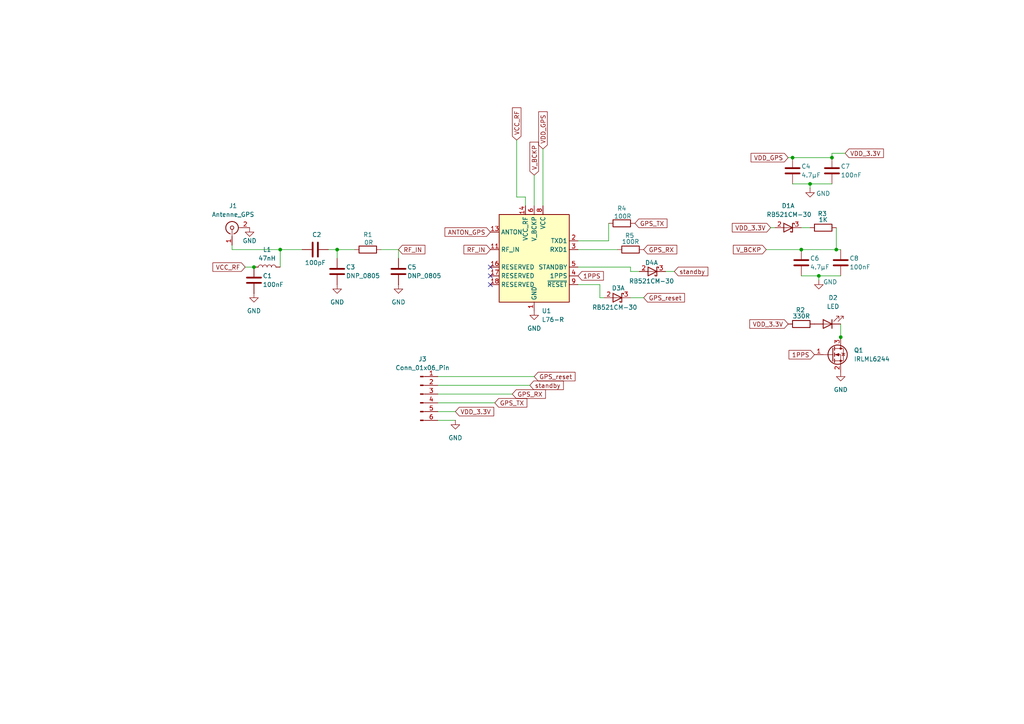
<source format=kicad_sch>
(kicad_sch (version 20231120) (generator "eeschema") (generator_version "8.0")
  (paper "A4")
  (lib_symbols
    (symbol "Connector:Conn_01x06_Pin" (pin_names (offset 1.016) hide)
      (property "Reference" "J" (at 0 7.62 0))
      (property "Value" "Conn_01x06_Pin" (at 0 -10.16 0))
      (symbol "Conn_01x06_Pin_1_1"
        (polyline (pts (xy 1.27 -7.62) (xy 0.8636 -7.62)) (stroke (width 0.1524)))
        (polyline (pts (xy 1.27 -5.08) (xy 0.8636 -5.08)) (stroke (width 0.1524)))
        (polyline (pts (xy 1.27 -2.54) (xy 0.8636 -2.54)) (stroke (width 0.1524)))
        (polyline (pts (xy 1.27 0) (xy 0.8636 0)) (stroke (width 0.1524)))
        (polyline (pts (xy 1.27 2.54) (xy 0.8636 2.54)) (stroke (width 0.1524)))
        (polyline (pts (xy 1.27 5.08) (xy 0.8636 5.08)) (stroke (width 0.1524)))
        (rectangle (start 0.8636 -7.493) (end 0 -7.747) (stroke (width 0.1524)) (fill (type outline)))
        (rectangle (start 0.8636 -4.953) (end 0 -5.207) (stroke (width 0.1524)) (fill (type outline)))
        (rectangle (start 0.8636 -2.413) (end 0 -2.667) (stroke (width 0.1524)) (fill (type outline)))
        (rectangle (start 0.8636 0.127) (end 0 -0.127) (stroke (width 0.1524)) (fill (type outline)))
        (rectangle (start 0.8636 2.667) (end 0 2.413) (stroke (width 0.1524)) (fill (type outline)))
        (rectangle (start 0.8636 5.207) (end 0 4.953) (stroke (width 0.1524)) (fill (type outline)))
        (pin passive line (at 5.08 5.08 180) (length 3.81) (name "Pin_1") (number "1"))
        (pin passive line (at 5.08 2.54 180) (length 3.81) (name "Pin_2") (number "2"))
        (pin passive line (at 5.08 0 180) (length 3.81) (name "Pin_3") (number "3"))
        (pin passive line (at 5.08 -2.54 180) (length 3.81) (name "Pin_4") (number "4"))
        (pin passive line (at 5.08 -5.08 180) (length 3.81) (name "Pin_5") (number "5"))
        (pin passive line (at 5.08 -7.62 180) (length 3.81) (name "Pin_6") (number "6"))
      )
    )
    (symbol "Connector:Conn_Coaxial" (pin_names (offset 1.016) hide)
      (property "Reference" "J" (at 0.254 3.048 0))
      (property "Value" "Conn_Coaxial" (at 2.921 0 90))
      (symbol "Conn_Coaxial_0_1"
        (arc (start -1.778 -0.508) (mid 0.2311 -1.8066) (end 1.778 0) (stroke (width 0.254)))
        (polyline (pts (xy -2.54 0) (xy -0.508 0)))
        (polyline (pts (xy 0 -2.54) (xy 0 -1.778)))
        (circle (center 0 0) (radius 0.508) (stroke (width 0.2032)))
        (arc (start 1.778 0) (mid 0.2099 1.8101) (end -1.778 0.508) (stroke (width 0.254)))
      )
      (symbol "Conn_Coaxial_1_1"
        (pin passive line (at -5.08 0 0) (length 2.54) (name "In") (number "1"))
        (pin passive line (at 0 -5.08 90) (length 2.54) (name "Ext") (number "2"))
      )
    )
    (symbol "Device:C" (pin_numbers hide) (pin_names (offset 0.254))
      (property "Reference" "C" (at 0.635 2.54 0))
      (property "Value" "C" (at 0.635 -2.54 0))
      (symbol "C_0_1"
        (polyline (pts (xy -2.032 -0.762) (xy 2.032 -0.762)) (stroke (width 0.508)))
        (polyline (pts (xy -2.032 0.762) (xy 2.032 0.762)) (stroke (width 0.508)))
      )
      (symbol "C_1_1"
        (pin passive line (at 0 3.81 270) (length 2.794) (name "~") (number "1"))
        (pin passive line (at 0 -3.81 90) (length 2.794) (name "~") (number "2"))
      )
    )
    (symbol "Device:D_Schottky_Dual_Series_KAC_Split" (pin_names (offset 0.762) hide)
      (property "Reference" "D" (at 0 2.54 0))
      (property "Value" "D_Schottky_Dual_Series_KAC_Split" (at 0 -2.54 0))
      (symbol "D_Schottky_Dual_Series_KAC_Split_0_1"
        (pin passive line (at 3.81 0 180) (length 2.54) (name "K") (number "3"))
      )
      (symbol "D_Schottky_Dual_Series_KAC_Split_1_1"
        (polyline (pts (xy 1.27 0) (xy -1.27 0)))
        (polyline (pts (xy -1.27 1.27) (xy 1.27 0) (xy -1.27 -1.27) (xy -1.27 1.27) (xy -1.27 1.27) (xy -1.27 1.27)) (stroke (width 0.254)))
        (polyline (pts (xy 1.778 1.016) (xy 1.778 1.27) (xy 1.27 1.27) (xy 1.27 -1.27) (xy 0.762 -1.27) (xy 0.762 -1.016)) (stroke (width 0.254)))
        (pin passive line (at -3.81 0 0) (length 2.54) (name "A") (number "2"))
      )
      (symbol "D_Schottky_Dual_Series_KAC_Split_2_1"
        (polyline (pts (xy -1.27 0) (xy 1.27 0)))
        (polyline (pts (xy -1.778 1.016) (xy -1.778 1.27) (xy -1.27 1.27) (xy -1.27 -1.27) (xy -0.762 -1.27) (xy -0.762 -1.016)) (stroke (width 0.254)))
        (polyline (pts (xy 1.27 1.27) (xy -1.27 0) (xy 1.27 -1.27) (xy 1.27 1.27) (xy 1.27 1.27) (xy 1.27 1.27)) (stroke (width 0.254)))
        (pin passive line (at -3.81 0 0) (length 2.54) (name "K") (number "1"))
      )
    )
    (symbol "Device:L" (pin_numbers hide) (pin_names (offset 1.016) hide)
      (property "Reference" "L" (at -1.27 0 90))
      (property "Value" "L" (at 1.905 0 90))
      (symbol "L_0_1"
        (arc (start 0 -2.54) (mid 0.6323 -1.905) (end 0 -1.27))
        (arc (start 0 -1.27) (mid 0.6323 -0.635) (end 0 0))
        (arc (start 0 0) (mid 0.6323 0.635) (end 0 1.27))
        (arc (start 0 1.27) (mid 0.6323 1.905) (end 0 2.54))
      )
      (symbol "L_1_1"
        (pin passive line (at 0 3.81 270) (length 1.27) (name "1") (number "1"))
        (pin passive line (at 0 -3.81 90) (length 1.27) (name "2") (number "2"))
      )
    )
    (symbol "Device:LED" (pin_numbers hide) (pin_names (offset 1.016) hide)
      (property "Reference" "D" (at 0 2.54 0))
      (property "Value" "LED" (at 0 -2.54 0))
      (symbol "LED_0_1"
        (polyline (pts (xy -1.27 -1.27) (xy -1.27 1.27)) (stroke (width 0.254)))
        (polyline (pts (xy -1.27 0) (xy 1.27 0)))
        (polyline (pts (xy 1.27 -1.27) (xy 1.27 1.27) (xy -1.27 0) (xy 1.27 -1.27)) (stroke (width 0.254)))
        (polyline (pts (xy -3.048 -0.762) (xy -4.572 -2.286) (xy -3.81 -2.286) (xy -4.572 -2.286) (xy -4.572 -1.524)))
        (polyline (pts (xy -1.778 -0.762) (xy -3.302 -2.286) (xy -2.54 -2.286) (xy -3.302 -2.286) (xy -3.302 -1.524)))
      )
      (symbol "LED_1_1"
        (pin passive line (at -3.81 0 0) (length 2.54) (name "K") (number "1"))
        (pin passive line (at 3.81 0 180) (length 2.54) (name "A") (number "2"))
      )
    )
    (symbol "Device:R" (pin_numbers hide) (pin_names (offset 0))
      (property "Reference" "R" (at 2.032 0 90))
      (property "Value" "R" (at 0 0 90))
      (symbol "R_0_1"
        (rectangle (start -1.016 -2.54) (end 1.016 2.54) (stroke (width 0.254)))
      )
      (symbol "R_1_1"
        (pin passive line (at 0 3.81 270) (length 1.27) (name "~") (number "1"))
        (pin passive line (at 0 -3.81 90) (length 1.27) (name "~") (number "2"))
      )
    )
    (symbol "RF_GPS:L70-R"
      (property "Reference" "U" (at -10.16 13.97 0))
      (property "Value" "L70-R" (at 10.16 13.97 0))
      (symbol "L70-R_0_1"
        (rectangle (start -10.16 12.7) (end 10.16 -12.7) (stroke (width 0.254)) (fill (type background)))
      )
      (symbol "L70-R_1_1"
        (pin power_in line (at 0 -15.24 90) (length 2.54) (name "GND") (number "1"))
        (pin passive line (at 0 -15.24 90) (length 2.54) hide (name "GND") (number "10"))
        (pin input line (at -12.7 2.54 0) (length 2.54) (name "RF_IN") (number "11"))
        (pin passive line (at 0 -15.24 90) (length 2.54) hide (name "GND") (number "12"))
        (pin output line (at -12.7 7.62 0) (length 2.54) (name "ANTON") (number "13"))
        (pin power_out line (at -2.54 15.24 270) (length 2.54) (name "VCC_RF") (number "14"))
        (pin no_connect line (at -10.16 0 0) (length 2.54) hide (name "NC") (number "15"))
        (pin passive line (at -12.7 -2.54 0) (length 2.54) (name "RESERVED") (number "16"))
        (pin passive line (at -12.7 -5.08 0) (length 2.54) (name "RESERVED") (number "17"))
        (pin passive line (at -12.7 -7.62 0) (length 2.54) (name "RESERVED") (number "18"))
        (pin output line (at 12.7 5.08 180) (length 2.54) (name "TXD1") (number "2"))
        (pin input line (at 12.7 2.54 180) (length 2.54) (name "RXD1") (number "3"))
        (pin output line (at 12.7 -5.08 180) (length 2.54) (name "1PPS") (number "4"))
        (pin input line (at 12.7 -2.54 180) (length 2.54) (name "STANDBY") (number "5"))
        (pin power_in line (at 0 15.24 270) (length 2.54) (name "V_BCKP") (number "6"))
        (pin no_connect line (at 10.16 0 180) (length 2.54) hide (name "NC") (number "7"))
        (pin power_in line (at 2.54 15.24 270) (length 2.54) (name "VCC") (number "8"))
        (pin input line (at 12.7 -7.62 180) (length 2.54) (name "~{RESET}") (number "9"))
      )
    )
    (symbol "Transistor_FET:IRLML6244" (pin_names hide)
      (property "Reference" "Q" (at 5.08 1.905 0))
      (property "Value" "IRLML6244" (at 5.08 0 0))
      (symbol "IRLML6244_0_1"
        (polyline (pts (xy 0.254 0) (xy -2.54 0)))
        (polyline (pts (xy 0.254 1.905) (xy 0.254 -1.905)) (stroke (width 0.254)))
        (polyline (pts (xy 0.762 -1.27) (xy 0.762 -2.286)) (stroke (width 0.254)))
        (polyline (pts (xy 0.762 0.508) (xy 0.762 -0.508)) (stroke (width 0.254)))
        (polyline (pts (xy 0.762 2.286) (xy 0.762 1.27)) (stroke (width 0.254)))
        (polyline (pts (xy 2.54 2.54) (xy 2.54 1.778)))
        (polyline (pts (xy 2.54 -2.54) (xy 2.54 0) (xy 0.762 0)))
        (polyline (pts (xy 0.762 -1.778) (xy 3.302 -1.778) (xy 3.302 1.778) (xy 0.762 1.778)))
        (polyline (pts (xy 1.016 0) (xy 2.032 0.381) (xy 2.032 -0.381) (xy 1.016 0)) (fill (type outline)))
        (polyline (pts (xy 2.794 0.508) (xy 2.921 0.381) (xy 3.683 0.381) (xy 3.81 0.254)))
        (polyline (pts (xy 3.302 0.381) (xy 2.921 -0.254) (xy 3.683 -0.254) (xy 3.302 0.381)))
        (circle (center 1.651 0) (radius 2.794) (stroke (width 0.254)))
        (circle (center 2.54 -1.778) (radius 0.254) (fill (type outline)))
        (circle (center 2.54 1.778) (radius 0.254) (fill (type outline)))
      )
      (symbol "IRLML6244_1_1"
        (pin input line (at -5.08 0 0) (length 2.54) (name "G") (number "1"))
        (pin passive line (at 2.54 -5.08 90) (length 2.54) (name "S") (number "2"))
        (pin passive line (at 2.54 5.08 270) (length 2.54) (name "D") (number "3"))
      )
    )
    (symbol "power:GND" (power) (pin_numbers hide) (pin_names (offset 0) hide)
      (property "Value" "GND" (at 0 -3.81 0))
      (symbol "GND_0_1"
        (polyline (pts (xy 0 0) (xy 0 -1.27) (xy 1.27 -1.27) (xy 0 -2.54) (xy -1.27 -1.27) (xy 0 -1.27)))
      )
      (symbol "GND_1_1"
        (pin power_in line (at 0 0 270) (length 0) (name "~") (number "1"))
      )
    )
  )
  (junction (at 232.41 72.39))
  (junction (at 229.87 45.72))
  (junction (at 81.28 72.39))
  (junction (at 97.79 72.39))
  (junction (at 237.49 80.01))
  (junction (at 234.95 53.34))
  (junction (at 243.84 97.79))
  (junction (at 242.57 72.39))
  (junction (at 73.66 77.47))
  (junction (at 241.3 45.72))
  (no_connect (at 142.24 80.01))
  (no_connect (at 142.24 77.47))
  (no_connect (at 142.24 82.55))
  (wire (pts (xy 110.49 72.39) (xy 115.57 72.39)))
  (wire (pts (xy 182.88 78.74) (xy 182.88 77.47)))
  (wire (pts (xy 153.67 111.76) (xy 127 111.76)))
  (wire (pts (xy 71.12 77.47) (xy 73.66 77.47)))
  (wire (pts (xy 186.69 86.36) (xy 182.88 86.36)))
  (wire (pts (xy 243.84 99.06) (xy 243.84 97.79)))
  (wire (pts (xy 173.99 82.55) (xy 167.64 82.55)))
  (wire (pts (xy 173.99 86.36) (xy 173.99 82.55)))
  (wire (pts (xy 245.11 44.45) (xy 241.3 44.45)))
  (wire (pts (xy 132.08 121.92) (xy 127 121.92)))
  (wire (pts (xy 67.31 72.39) (xy 67.31 71.12)))
  (wire (pts (xy 229.87 45.72) (xy 241.3 45.72)))
  (wire (pts (xy 242.57 66.04) (xy 242.57 72.39)))
  (wire (pts (xy 176.53 69.85) (xy 167.64 69.85)))
  (wire (pts (xy 234.95 53.34) (xy 234.95 54.61)))
  (wire (pts (xy 175.26 86.36) (xy 173.99 86.36)))
  (wire (pts (xy 95.25 72.39) (xy 97.79 72.39)))
  (wire (pts (xy 97.79 72.39) (xy 97.79 74.93)))
  (wire (pts (xy 154.94 50.8) (xy 154.94 59.69)))
  (wire (pts (xy 223.52 66.04) (xy 224.79 66.04)))
  (wire (pts (xy 242.57 72.39) (xy 243.84 72.39)))
  (wire (pts (xy 179.07 72.39) (xy 167.64 72.39)))
  (wire (pts (xy 176.53 64.77) (xy 176.53 69.85)))
  (wire (pts (xy 232.41 72.39) (xy 242.57 72.39)))
  (wire (pts (xy 154.94 109.22) (xy 127 109.22)))
  (wire (pts (xy 115.57 72.39) (xy 115.57 74.93)))
  (wire (pts (xy 157.48 43.18) (xy 157.48 59.69)))
  (wire (pts (xy 195.58 78.74) (xy 193.04 78.74)))
  (wire (pts (xy 185.42 78.74) (xy 182.88 78.74)))
  (wire (pts (xy 152.4 57.15) (xy 152.4 59.69)))
  (wire (pts (xy 237.49 80.01) (xy 237.49 81.28)))
  (wire (pts (xy 148.59 114.3) (xy 127 114.3)))
  (wire (pts (xy 81.28 72.39) (xy 81.28 77.47)))
  (wire (pts (xy 149.86 57.15) (xy 152.4 57.15)))
  (wire (pts (xy 81.28 72.39) (xy 67.31 72.39)))
  (wire (pts (xy 241.3 44.45) (xy 241.3 45.72)))
  (wire (pts (xy 132.08 119.38) (xy 127 119.38)))
  (wire (pts (xy 232.41 72.39) (xy 222.25 72.39)))
  (wire (pts (xy 241.3 53.34) (xy 234.95 53.34)))
  (wire (pts (xy 243.84 80.01) (xy 237.49 80.01)))
  (wire (pts (xy 232.41 80.01) (xy 237.49 80.01)))
  (wire (pts (xy 229.87 53.34) (xy 234.95 53.34)))
  (wire (pts (xy 182.88 77.47) (xy 167.64 77.47)))
  (wire (pts (xy 102.87 72.39) (xy 97.79 72.39)))
  (wire (pts (xy 234.95 66.04) (xy 232.41 66.04)))
  (wire (pts (xy 149.86 40.64) (xy 149.86 57.15)))
  (wire (pts (xy 243.84 93.98) (xy 243.84 97.79)))
  (wire (pts (xy 228.6 45.72) (xy 229.87 45.72)))
  (wire (pts (xy 143.51 116.84) (xy 127 116.84)))
  (wire (pts (xy 87.63 72.39) (xy 81.28 72.39)))
  (global_label "VDD_3.3V" (shape input) (at 245.11 44.45 0) (property "Intersheetrefs" "${INTERSHEET_REFS}" (effects (hide yes))))
  (global_label "1PPS" (shape input) (at 236.22 102.87 180) (property "Intersheetrefs" "${INTERSHEET_REFS}" (effects (hide yes))))
  (global_label "V_BCKP" (shape input) (at 222.25 72.39 180) (property "Intersheetrefs" "${INTERSHEET_REFS}" (effects (hide yes))))
  (global_label "VDD_GPS" (shape input) (at 228.6 45.72 180) (property "Intersheetrefs" "${INTERSHEET_REFS}" (effects (hide yes))))
  (global_label "VDD_3.3V" (shape input) (at 223.52 66.04 180) (property "Intersheetrefs" "${INTERSHEET_REFS}" (effects (hide yes))))
  (global_label "ANTON_GPS" (shape input) (at 142.24 67.31 180) (property "Intersheetrefs" "${INTERSHEET_REFS}" (effects (hide yes))))
  (global_label "GPS_RX" (shape input) (at 186.69 72.39 0) (property "Intersheetrefs" "${INTERSHEET_REFS}" (effects (hide yes))))
  (global_label "RF_IN" (shape input) (at 142.24 72.39 180) (property "Intersheetrefs" "${INTERSHEET_REFS}" (effects (hide yes))))
  (global_label "1PPS" (shape input) (at 167.64 80.01 0) (property "Intersheetrefs" "${INTERSHEET_REFS}" (effects (hide yes))))
  (global_label "standby" (shape input) (at 153.67 111.76 0) (property "Intersheetrefs" "${INTERSHEET_REFS}" (effects (hide yes))))
  (global_label "GPS_reset" (shape input) (at 154.94 109.22 0) (property "Intersheetrefs" "${INTERSHEET_REFS}" (effects (hide yes))))
  (global_label "VDD_3.3V" (shape input) (at 228.6 93.98 180) (property "Intersheetrefs" "${INTERSHEET_REFS}" (effects (hide yes))))
  (global_label "GPS_reset" (shape input) (at 186.69 86.36 0) (property "Intersheetrefs" "${INTERSHEET_REFS}" (effects (hide yes))))
  (global_label "GPS_TX" (shape input) (at 143.51 116.84 0) (property "Intersheetrefs" "${INTERSHEET_REFS}" (effects (hide yes))))
  (global_label "VDD_GPS" (shape input) (at 157.48 43.18 90) (property "Intersheetrefs" "${INTERSHEET_REFS}" (effects (hide yes))))
  (global_label "GPS_RX" (shape input) (at 148.59 114.3 0) (property "Intersheetrefs" "${INTERSHEET_REFS}" (effects (hide yes))))
  (global_label "VDD_3.3V" (shape input) (at 132.08 119.38 0) (property "Intersheetrefs" "${INTERSHEET_REFS}" (effects (hide yes))))
  (global_label "VCC_RF" (shape input) (at 71.12 77.47 180) (property "Intersheetrefs" "${INTERSHEET_REFS}" (effects (hide yes))))
  (global_label "standby" (shape input) (at 195.58 78.74 0) (property "Intersheetrefs" "${INTERSHEET_REFS}" (effects (hide yes))))
  (global_label "GPS_TX" (shape input) (at 184.15 64.77 0) (property "Intersheetrefs" "${INTERSHEET_REFS}" (effects (hide yes))))
  (global_label "RF_IN" (shape input) (at 115.57 72.39 0) (property "Intersheetrefs" "${INTERSHEET_REFS}" (effects (hide yes))))
  (global_label "V_BCKP" (shape input) (at 154.94 50.8 90) (property "Intersheetrefs" "${INTERSHEET_REFS}" (effects (hide yes))))
  (global_label "VCC_RF" (shape input) (at 149.86 40.64 90) (property "Intersheetrefs" "${INTERSHEET_REFS}" (effects (hide yes))))
  (symbol (lib_id "Device:R") (at 106.68 72.39 90) (unit 1)
    (property "Reference" "R1" (at 106.68 68.072 90))
    (property "Value" "0R" (at 106.934 70.358 90))
    (property "Footprint" "Resistor_SMD:R_0805_2012Metric" (effects (hide yes)))
    (property "Description" "Resistor" (effects (hide yes)))
  )
  (symbol (lib_id "power:GND") (at 243.84 107.95 0) (unit 1)
    (property "Reference" "#PWR07" (effects (hide yes)))
    (property "Value" "GND" (at 243.84 113.03 0))
    (property "Description" "Power symbol creates a global label with name \"GND\" , ground" (effects (hide yes)))
  )
  (symbol (lib_id "Connector:Conn_Coaxial") (at 67.31 66.04 90) (unit 1)
    (property "Reference" "J1" (at 67.6032 59.69 90))
    (property "Value" "Antenne_GPS" (at 67.6032 62.23 90))
    (property "Footprint" "Connector_Coaxial:WR-MMCX_Wuerth_66012102111404_Vertical" (effects (hide yes)))
    (property "Description" "coaxial connector (BNC, SMA, SMB, SMC, Cinch/RCA, LEMO, ...)" (effects (hide yes)))
  )
  (symbol (lib_id "power:GND") (at 132.08 121.92 0) (unit 1)
    (property "Reference" "#PWR09" (effects (hide yes)))
    (property "Value" "GND" (at 132.08 127 0))
    (property "Description" "Power symbol creates a global label with name \"GND\" , ground" (effects (hide yes)))
  )
  (symbol (lib_id "Transistor_FET:IRLML6244") (at 241.3 102.87 0) (unit 1)
    (property "Reference" "Q1" (at 247.65 101.5999 0) (effects (justify left)))
    (property "Value" "IRLML6244" (at 247.65 104.1399 0) (effects (justify left)))
    (property "Footprint" "Package_TO_SOT_SMD:SOT-23" (effects (hide yes)))
    (property "Datasheet" "https://www.infineon.com/dgdl/Infineon-IRLML6244-DataSheet-v01_01-EN.pdf?fileId=5546d462533600a4015356686fed261f" (effects (hide yes)))
    (property "Description" "6.3A Id, 20V Vds, 21mOhm Rds, N-Channel StrongIRFET Power MOSFET, SOT-23" (effects (hide yes)))
  )
  (symbol (lib_id "Device:D_Schottky_Dual_Series_KAC_Split") (at 228.6 66.04 0) (unit 1)
    (property "Reference" "D1" (at 228.6 59.69 0))
    (property "Value" "RB521CM-30" (at 228.854 62.23 0))
    (property "Footprint" "Diode_SMD:D_SOD-923" (effects (hide yes)))
    (property "Description" "Dual Schottky diode, cathode/anode/center" (effects (hide yes)))
  )
  (symbol (lib_id "Device:C") (at 241.3 49.53 0) (unit 1)
    (property "Reference" "C7" (at 243.84 48.26 0) (effects (justify left)))
    (property "Value" "100nF" (at 243.84 50.8 0) (effects (justify left)))
    (property "Footprint" "Capacitor_SMD:C_0805_2012Metric" (effects (hide yes)))
    (property "Description" "Unpolarized capacitor" (effects (hide yes)))
  )
  (symbol (lib_id "Device:C") (at 243.84 76.2 0) (unit 1)
    (property "Reference" "C8" (at 246.38 74.93 0) (effects (justify left)))
    (property "Value" "100nF" (at 246.38 77.47 0) (effects (justify left)))
    (property "Footprint" "Capacitor_SMD:C_0805_2012Metric" (effects (hide yes)))
    (property "Description" "Unpolarized capacitor" (effects (hide yes)))
  )
  (symbol (lib_id "Device:LED") (at 240.03 93.98 180) (unit 1)
    (property "Reference" "D2" (at 241.6175 86.36 0))
    (property "Value" "LED" (at 241.6175 88.9 0))
    (property "Footprint" "LED_SMD:LED_0805_2012Metric" (effects (hide yes)))
    (property "Description" "Light emitting diode" (effects (hide yes)))
  )
  (symbol (lib_id "Device:R") (at 238.76 66.04 90) (unit 1)
    (property "Reference" "R3" (at 238.506 61.976 90))
    (property "Value" "1K" (at 238.76 63.754 90))
    (property "Footprint" "Resistor_SMD:R_0805_2012Metric" (effects (hide yes)))
    (property "Description" "Resistor" (effects (hide yes)))
  )
  (symbol (lib_id "Device:C") (at 232.41 76.2 0) (unit 1)
    (property "Reference" "C6" (at 234.95 74.93 0) (effects (justify left)))
    (property "Value" "4.7µF" (at 234.95 77.47 0) (effects (justify left)))
    (property "Footprint" "Capacitor_SMD:C_0805_2012Metric" (effects (hide yes)))
    (property "Description" "Unpolarized capacitor" (effects (hide yes)))
  )
  (symbol (lib_id "Device:R") (at 232.41 93.98 90) (unit 1)
    (property "Reference" "R2" (at 232.156 89.916 90))
    (property "Value" "330R" (at 232.41 91.694 90))
    (property "Footprint" "Resistor_SMD:R_0805_2012Metric" (effects (hide yes)))
    (property "Description" "Resistor" (effects (hide yes)))
  )
  (symbol (lib_id "power:GND") (at 72.39 66.04 0) (unit 1)
    (property "Reference" "#PWR01" (effects (hide yes)))
    (property "Value" "GND" (at 72.39 69.85 0))
    (property "Description" "Power symbol creates a global label with name \"GND\" , ground" (effects (hide yes)))
  )
  (symbol (lib_id "Device:C") (at 115.57 78.74 0) (unit 1)
    (property "Reference" "C5" (at 118.11 77.47 0) (effects (justify left)))
    (property "Value" "DNP_0805" (at 118.11 80.01 0) (effects (justify left)))
    (property "Footprint" "Capacitor_SMD:C_0805_2012Metric" (effects (hide yes)))
    (property "Description" "Unpolarized capacitor" (effects (hide yes)))
  )
  (symbol (lib_id "Device:L") (at 77.47 77.47 90) (unit 1)
    (property "Reference" "L1" (at 77.47 72.39 90))
    (property "Value" "47nH" (at 77.47 74.93 90))
    (property "Footprint" "Inductor_SMD:L_0805_2012Metric" (effects (hide yes)))
    (property "Description" "Inductor" (effects (hide yes)))
  )
  (symbol (lib_id "Device:C") (at 97.79 78.74 0) (unit 1)
    (property "Reference" "C3" (at 100.33 77.47 0) (effects (justify left)))
    (property "Value" "DNP_0805" (at 100.33 80.01 0) (effects (justify left)))
    (property "Footprint" "Capacitor_SMD:C_0805_2012Metric" (effects (hide yes)))
    (property "Description" "Unpolarized capacitor" (effects (hide yes)))
  )
  (symbol (lib_id "power:GND") (at 154.94 90.17 0) (unit 1)
    (property "Reference" "#PWR08" (effects (hide yes)))
    (property "Value" "GND" (at 154.94 95.25 0))
    (property "Description" "Power symbol creates a global label with name \"GND\" , ground" (effects (hide yes)))
  )
  (symbol (lib_id "Device:D_Schottky_Dual_Series_KAC_Split") (at 179.07 86.36 0) (unit 1)
    (property "Reference" "D3" (at 179.324 83.566 0))
    (property "Value" "RB521CM-30" (at 178.308 89.154 0))
    (property "Footprint" "Diode_SMD:D_SOD-923" (effects (hide yes)))
    (property "Description" "Dual Schottky diode, cathode/anode/center" (effects (hide yes)))
  )
  (symbol (lib_id "power:GND") (at 115.57 82.55 0) (unit 1)
    (property "Reference" "#PWR04" (effects (hide yes)))
    (property "Value" "GND" (at 115.57 87.63 0))
    (property "Description" "Power symbol creates a global label with name \"GND\" , ground" (effects (hide yes)))
  )
  (symbol (lib_id "power:GND") (at 237.49 81.28 0) (unit 1)
    (property "Reference" "#PWR06" (effects (hide yes)))
    (property "Value" "GND" (at 240.792 81.788 0))
    (property "Description" "Power symbol creates a global label with name \"GND\" , ground" (effects (hide yes)))
  )
  (symbol (lib_id "Device:R") (at 182.88 72.39 90) (unit 1)
    (property "Reference" "R5" (at 182.626 68.326 90))
    (property "Value" "100R" (at 182.88 70.104 90))
    (property "Footprint" "Resistor_SMD:R_0805_2012Metric" (effects (hide yes)))
    (property "Description" "Resistor" (effects (hide yes)))
  )
  (symbol (lib_id "RF_GPS:L70-R") (at 154.94 74.93 0) (unit 1)
    (property "Reference" "U1" (at 157.1341 90.17 0) (effects (justify left)))
    (property "Value" "L76-R" (at 157.1341 92.71 0) (effects (justify left)))
    (property "Footprint" "RF_GPS:Quectel_L76" (effects (hide yes)))
    (property "Datasheet" "https://www.quectel.com/product/gps-only-l70-r" (effects (hide yes)))
    (property "Description" "Quectel GPS Module" (effects (hide yes)))
  )
  (symbol (lib_id "power:GND") (at 73.66 85.09 0) (unit 1)
    (property "Reference" "#PWR02" (effects (hide yes)))
    (property "Value" "GND" (at 73.66 90.17 0))
    (property "Description" "Power symbol creates a global label with name \"GND\" , ground" (effects (hide yes)))
  )
  (symbol (lib_id "power:GND") (at 234.95 54.61 0) (unit 1)
    (property "Reference" "#PWR05" (effects (hide yes)))
    (property "Value" "GND" (at 238.76 56.134 0))
    (property "Description" "Power symbol creates a global label with name \"GND\" , ground" (effects (hide yes)))
  )
  (symbol (lib_id "power:GND") (at 97.79 82.55 0) (unit 1)
    (property "Reference" "#PWR03" (effects (hide yes)))
    (property "Value" "GND" (at 97.79 87.63 0))
    (property "Description" "Power symbol creates a global label with name \"GND\" , ground" (effects (hide yes)))
  )
  (symbol (lib_id "Device:R") (at 180.34 64.77 90) (unit 1)
    (property "Reference" "R4" (at 180.34 60.452 90))
    (property "Value" "100R" (at 180.594 62.738 90))
    (property "Footprint" "Resistor_SMD:R_0805_2012Metric" (effects (hide yes)))
    (property "Description" "Resistor" (effects (hide yes)))
  )
  (symbol (lib_id "Device:C") (at 91.44 72.39 90) (unit 1)
    (property "Reference" "C2" (at 93.218 68.072 90) (effects (justify left)))
    (property "Value" "100pF" (at 94.488 76.2 90) (effects (justify left)))
    (property "Footprint" "Capacitor_SMD:C_0805_2012Metric" (effects (hide yes)))
    (property "Description" "Unpolarized capacitor" (effects (hide yes)))
  )
  (symbol (lib_id "Device:C") (at 73.66 81.28 0) (unit 1)
    (property "Reference" "C1" (at 76.2 80.01 0) (effects (justify left)))
    (property "Value" "100nF" (at 76.2 82.55 0) (effects (justify left)))
    (property "Footprint" "Capacitor_SMD:C_0805_2012Metric" (effects (hide yes)))
    (property "Description" "Unpolarized capacitor" (effects (hide yes)))
  )
  (symbol (lib_id "Device:C") (at 229.87 49.53 0) (unit 1)
    (property "Reference" "C4" (at 232.41 48.26 0) (effects (justify left)))
    (property "Value" "4.7µF" (at 232.41 50.8 0) (effects (justify left)))
    (property "Footprint" "Capacitor_SMD:C_0805_2012Metric" (effects (hide yes)))
    (property "Description" "Unpolarized capacitor" (effects (hide yes)))
  )
  (symbol (lib_id "Device:D_Schottky_Dual_Series_KAC_Split") (at 189.23 78.74 0) (unit 1)
    (property "Reference" "D4" (at 188.976 76.2 0))
    (property "Value" "RB521CM-30" (at 188.976 81.534 0))
    (property "Footprint" "Diode_SMD:D_SOD-923" (effects (hide yes)))
    (property "Description" "Dual Schottky diode, cathode/anode/center" (effects (hide yes)))
  )
  (symbol (lib_id "Connector:Conn_01x06_Pin") (at 121.92 114.3 0) (unit 1)
    (property "Reference" "J3" (at 122.555 104.14 0))
    (property "Value" "Conn_01x06_Pin" (at 122.555 106.68 0))
    (property "Footprint" "Connector_PinHeader_2.54mm:PinHeader_1x06_P2.54mm_Vertical" (effects (hide yes)))
    (property "Description" "Generic connector, single row, 01x06, script generated" (effects (hide yes)))
  )
)
</source>
